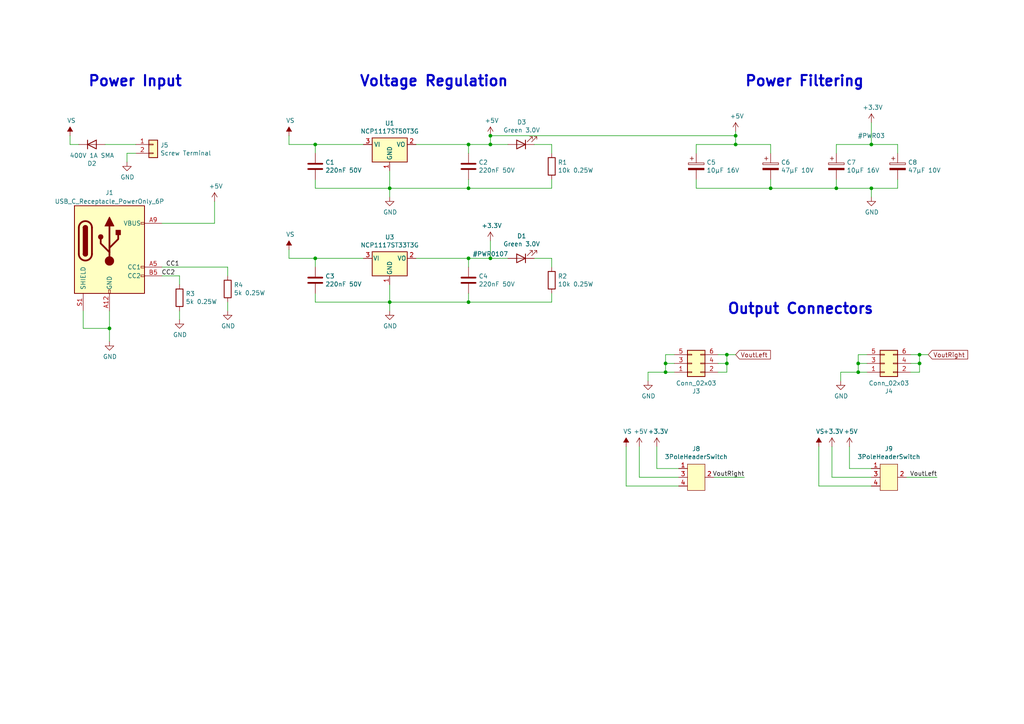
<source format=kicad_sch>
(kicad_sch (version 20230121) (generator eeschema)
  (paper "A4")
  (title_block (title "Micro Breadboard Power Supply") (rev "A01") (comment 1 "License: CERN-OHL-S") (comment 2 "https://github.com/stasiselectronics"))
  (lib_symbols
    (symbol "Connector:USB_C_Receptacle_PowerOnly_6P" (pin_names (offset 1.016))
      (property "Reference" "J" (at 0 16.51 0))
      (property "Value" "USB_C_Receptacle_PowerOnly_6P" (at 0 13.97 0))
      (symbol "USB_C_Receptacle_PowerOnly_6P_0_0"
        (rectangle (start -0.254 -12.7) (end 0.254 -11.684))
        (rectangle (start 10.16 -7.366) (end 9.144 -7.874))
        (rectangle (start 10.16 -4.826) (end 9.144 -5.334))
        (rectangle (start 10.16 7.874) (end 9.144 7.366))
      )
      (symbol "USB_C_Receptacle_PowerOnly_6P_0_1"
        (rectangle (start -10.16 12.7) (end 10.16 -12.7) (stroke (width 0.254)) (fill (type background)))
        (arc (start -8.89 -1.27) (mid -6.985 -3.1667) (end -5.08 -1.27) (stroke (width 0.508)))
        (arc (start -7.62 -1.27) (mid -6.985 -1.9023) (end -6.35 -1.27) (stroke (width 0.254)))
        (arc (start -7.62 -1.27) (mid -6.985 -1.9023) (end -6.35 -1.27) (stroke (width 0.254)) (fill (type outline)))
        (rectangle (start -7.62 -1.27) (end -6.35 6.35) (stroke (width 0.254)) (fill (type outline)))
        (arc (start -6.35 6.35) (mid -6.985 6.9823) (end -7.62 6.35) (stroke (width 0.254)))
        (arc (start -6.35 6.35) (mid -6.985 6.9823) (end -7.62 6.35) (stroke (width 0.254)) (fill (type outline)))
        (arc (start -5.08 6.35) (mid -6.985 8.2467) (end -8.89 6.35) (stroke (width 0.508)))
        (circle (center -2.54 3.683) (radius 0.635) (stroke (width 0.254)) (fill (type outline)))
        (circle (center 0 -3.302) (radius 1.27) (fill (type outline)))
        (polyline (pts (xy -8.89 -1.27) (xy -8.89 6.35)) (stroke (width 0.508)))
        (polyline (pts (xy -5.08 6.35) (xy -5.08 -1.27)) (stroke (width 0.508)))
        (polyline (pts (xy 0 -3.302) (xy 0 6.858)) (stroke (width 0.508)))
        (polyline (pts (xy 0 -0.762) (xy -2.54 1.778) (xy -2.54 3.048)) (stroke (width 0.508)))
        (polyline (pts (xy 0 0.508) (xy 2.54 3.048) (xy 2.54 4.318)) (stroke (width 0.508)))
        (polyline (pts (xy -1.27 6.858) (xy 0 9.398) (xy 1.27 6.858) (xy -1.27 6.858)) (stroke (width 0.254)) (fill (type outline)))
        (rectangle (start 1.905 4.318) (end 3.175 5.588) (stroke (width 0.254)) (fill (type outline)))
      )
      (symbol "USB_C_Receptacle_PowerOnly_6P_1_1"
        (pin passive line (at 0 -17.78 90) (length 5.08) (name "GND") (number "A12"))
        (pin bidirectional line (at 15.24 -5.08 180) (length 5.08) (name "CC1") (number "A5"))
        (pin passive line (at 15.24 7.62 180) (length 5.08) (name "VBUS") (number "A9"))
        (pin passive line (at 0 -17.78 90) (length 5.08) hide (name "GND") (number "B12"))
        (pin bidirectional line (at 15.24 -7.62 180) (length 5.08) (name "CC2") (number "B5"))
        (pin passive line (at 15.24 7.62 180) (length 5.08) hide (name "VBUS") (number "B9"))
        (pin passive line (at -7.62 -17.78 90) (length 5.08) (name "SHIELD") (number "S1"))
      )
    )
    (symbol "Connector_Generic:Conn_01x02" (pin_names (offset 1.016) hide)
      (property "Reference" "J" (at 0 2.54 0))
      (property "Value" "Conn_01x02" (at 0 -5.08 0))
      (symbol "Conn_01x02_1_1"
        (rectangle (start -1.27 -2.413) (end 0 -2.667) (stroke (width 0.1524)))
        (rectangle (start -1.27 0.127) (end 0 -0.127) (stroke (width 0.1524)))
        (rectangle (start -1.27 1.27) (end 1.27 -3.81) (stroke (width 0.254)) (fill (type background)))
        (pin passive line (at -5.08 0 0) (length 3.81) (name "Pin_1") (number "1"))
        (pin passive line (at -5.08 -2.54 0) (length 3.81) (name "Pin_2") (number "2"))
      )
    )
    (symbol "Connector_Generic:Conn_02x03_Odd_Even" (pin_names (offset 1.016) hide)
      (property "Reference" "J" (at 1.27 5.08 0))
      (property "Value" "Conn_02x03_Odd_Even" (at 1.27 -5.08 0))
      (symbol "Conn_02x03_Odd_Even_1_1"
        (rectangle (start -1.27 -2.413) (end 0 -2.667) (stroke (width 0.1524)))
        (rectangle (start -1.27 0.127) (end 0 -0.127) (stroke (width 0.1524)))
        (rectangle (start -1.27 2.667) (end 0 2.413) (stroke (width 0.1524)))
        (rectangle (start -1.27 3.81) (end 3.81 -3.81) (stroke (width 0.254)) (fill (type background)))
        (rectangle (start 3.81 -2.413) (end 2.54 -2.667) (stroke (width 0.1524)))
        (rectangle (start 3.81 0.127) (end 2.54 -0.127) (stroke (width 0.1524)))
        (rectangle (start 3.81 2.667) (end 2.54 2.413) (stroke (width 0.1524)))
        (pin passive line (at -5.08 2.54 0) (length 3.81) (name "Pin_1") (number "1"))
        (pin passive line (at 7.62 2.54 180) (length 3.81) (name "Pin_2") (number "2"))
        (pin passive line (at -5.08 0 0) (length 3.81) (name "Pin_3") (number "3"))
        (pin passive line (at 7.62 0 180) (length 3.81) (name "Pin_4") (number "4"))
        (pin passive line (at -5.08 -2.54 0) (length 3.81) (name "Pin_5") (number "5"))
        (pin passive line (at 7.62 -2.54 180) (length 3.81) (name "Pin_6") (number "6"))
      )
    )
    (symbol "Device:C" (pin_numbers hide) (pin_names (offset 0.254))
      (property "Reference" "C" (at 0.635 2.54 0))
      (property "Value" "C" (at 0.635 -2.54 0))
      (symbol "C_0_1"
        (polyline (pts (xy -2.032 -0.762) (xy 2.032 -0.762)) (stroke (width 0.508)))
        (polyline (pts (xy -2.032 0.762) (xy 2.032 0.762)) (stroke (width 0.508)))
      )
      (symbol "C_1_1"
        (pin passive line (at 0 3.81 270) (length 2.794) (name "~") (number "1"))
        (pin passive line (at 0 -3.81 90) (length 2.794) (name "~") (number "2"))
      )
    )
    (symbol "Device:C_Polarized" (pin_numbers hide) (pin_names (offset 0.254))
      (property "Reference" "C" (at 0.635 2.54 0))
      (property "Value" "C_Polarized" (at 0.635 -2.54 0))
      (symbol "C_Polarized_0_1"
        (rectangle (start -2.286 0.508) (end 2.286 1.016))
        (polyline (pts (xy -1.778 2.286) (xy -0.762 2.286)))
        (polyline (pts (xy -1.27 2.794) (xy -1.27 1.778)))
        (rectangle (start 2.286 -0.508) (end -2.286 -1.016) (fill (type outline)))
      )
      (symbol "C_Polarized_1_1"
        (pin passive line (at 0 3.81 270) (length 2.794) (name "~") (number "1"))
        (pin passive line (at 0 -3.81 90) (length 2.794) (name "~") (number "2"))
      )
    )
    (symbol "Device:D" (pin_numbers hide) (pin_names (offset 1.016) hide)
      (property "Reference" "D" (at 0 2.54 0))
      (property "Value" "D" (at 0 -2.54 0))
      (symbol "D_0_1"
        (polyline (pts (xy -1.27 1.27) (xy -1.27 -1.27)) (stroke (width 0.254)))
        (polyline (pts (xy 1.27 0) (xy -1.27 0)))
        (polyline (pts (xy 1.27 1.27) (xy 1.27 -1.27) (xy -1.27 0) (xy 1.27 1.27)) (stroke (width 0.254)))
      )
      (symbol "D_1_1"
        (pin passive line (at -3.81 0 0) (length 2.54) (name "K") (number "1"))
        (pin passive line (at 3.81 0 180) (length 2.54) (name "A") (number "2"))
      )
    )
    (symbol "Device:LED" (pin_numbers hide) (pin_names (offset 1.016) hide)
      (property "Reference" "D" (at 0 2.54 0))
      (property "Value" "LED" (at 0 -2.54 0))
      (symbol "LED_0_1"
        (polyline (pts (xy -1.27 -1.27) (xy -1.27 1.27)) (stroke (width 0.254)))
        (polyline (pts (xy -1.27 0) (xy 1.27 0)))
        (polyline (pts (xy 1.27 -1.27) (xy 1.27 1.27) (xy -1.27 0) (xy 1.27 -1.27)) (stroke (width 0.254)))
        (polyline (pts (xy -3.048 -0.762) (xy -4.572 -2.286) (xy -3.81 -2.286) (xy -4.572 -2.286) (xy -4.572 -1.524)))
        (polyline (pts (xy -1.778 -0.762) (xy -3.302 -2.286) (xy -2.54 -2.286) (xy -3.302 -2.286) (xy -3.302 -1.524)))
      )
      (symbol "LED_1_1"
        (pin passive line (at -3.81 0 0) (length 2.54) (name "K") (number "1"))
        (pin passive line (at 3.81 0 180) (length 2.54) (name "A") (number "2"))
      )
    )
    (symbol "Device:R" (pin_numbers hide) (pin_names (offset 0))
      (property "Reference" "R" (at 2.032 0 90))
      (property "Value" "R" (at 0 0 90))
      (symbol "R_0_1"
        (rectangle (start -1.016 -2.54) (end 1.016 2.54) (stroke (width 0.254)))
      )
      (symbol "R_1_1"
        (pin passive line (at 0 3.81 270) (length 1.27) (name "~") (number "1"))
        (pin passive line (at 0 -3.81 90) (length 1.27) (name "~") (number "2"))
      )
    )
    (symbol "MicroBBPS:3PoleHeaderSwitch" (pin_names (offset 1.016))
      (property "Reference" "J" (at 0 2.54 0))
      (property "Value" "3PoleHeaderSwitch" (at 0 -7.62 0))
      (symbol "3PoleHeaderSwitch_0_1"
        (rectangle (start -2.54 1.27) (end 2.54 -6.35) (fill (type background)))
      )
      (symbol "3PoleHeaderSwitch_1_1"
        (pin input line (at -5.08 0 0) (length 2.54) (name "~") (number "1"))
        (pin input line (at 5.08 -2.54 180) (length 2.54) (name "~") (number "2"))
        (pin input line (at -5.08 -2.54 0) (length 2.54) (name "~") (number "3"))
        (pin input line (at -5.08 -5.08 0) (length 2.54) (name "~") (number "4"))
      )
    )
    (symbol "Regulator_Linear:AMS1117-5.0"
      (property "Reference" "U" (at -3.81 3.175 0))
      (property "Value" "AMS1117-5.0" (at 0 3.175 0))
      (symbol "AMS1117-5.0_0_1"
        (rectangle (start -5.08 -5.08) (end 5.08 1.905) (stroke (width 0.254)) (fill (type background)))
      )
      (symbol "AMS1117-5.0_1_1"
        (pin power_in line (at 0 -7.62 90) (length 2.54) (name "GND") (number "1"))
        (pin power_out line (at 7.62 0 180) (length 2.54) (name "VO") (number "2"))
        (pin power_in line (at -7.62 0 0) (length 2.54) (name "VI") (number "3"))
      )
    )
    (symbol "Regulator_Linear:AZ1117-3.3" (pin_names (offset 0.254))
      (property "Reference" "U" (at -3.81 3.175 0))
      (property "Value" "AZ1117-3.3" (at 0 3.175 0))
      (symbol "AZ1117-3.3_0_1"
        (rectangle (start -5.08 1.905) (end 5.08 -5.08) (stroke (width 0.254)) (fill (type background)))
      )
      (symbol "AZ1117-3.3_1_1"
        (pin power_in line (at 0 -7.62 90) (length 2.54) (name "GND") (number "1"))
        (pin power_out line (at 7.62 0 180) (length 2.54) (name "VO") (number "2"))
        (pin power_in line (at -7.62 0 0) (length 2.54) (name "VI") (number "3"))
      )
    )
    (symbol "power:+3.3V" (power) (pin_names (offset 0))
      (property "Value" "+3.3V" (at 0 3.556 0))
      (symbol "+3.3V_0_1"
        (polyline (pts (xy -0.762 1.27) (xy 0 2.54)))
        (polyline (pts (xy 0 0) (xy 0 2.54)))
        (polyline (pts (xy 0 2.54) (xy 0.762 1.27)))
      )
      (symbol "+3.3V_1_1"
        (pin power_in line (at 0 0 90) (length 0) hide (name "+3.3V") (number "1"))
      )
    )
    (symbol "power:+5V" (power) (pin_names (offset 0))
      (property "Value" "+5V" (at 0 3.556 0))
      (symbol "+5V_0_1"
        (polyline (pts (xy -0.762 1.27) (xy 0 2.54)))
        (polyline (pts (xy 0 0) (xy 0 2.54)))
        (polyline (pts (xy 0 2.54) (xy 0.762 1.27)))
      )
      (symbol "+5V_1_1"
        (pin power_in line (at 0 0 90) (length 0) hide (name "+5V") (number "1"))
      )
    )
    (symbol "power:GND" (power) (pin_names (offset 0))
      (property "Value" "GND" (at 0 -3.81 0))
      (symbol "GND_0_1"
        (polyline (pts (xy 0 0) (xy 0 -1.27) (xy 1.27 -1.27) (xy 0 -2.54) (xy -1.27 -1.27) (xy 0 -1.27)))
      )
      (symbol "GND_1_1"
        (pin power_in line (at 0 0 270) (length 0) hide (name "GND") (number "1"))
      )
    )
    (symbol "power:VS" (power) (pin_names (offset 0))
      (property "Value" "VS" (at 0 3.81 0))
      (symbol "VS_0_1"
        (polyline (pts (xy 0 0) (xy 0 2.54)))
        (polyline (pts (xy 0.762 1.27) (xy -0.762 1.27) (xy 0 2.54) (xy 0.762 1.27)) (fill (type outline)))
      )
      (symbol "VS_1_1"
        (pin power_in line (at 0 0 90) (length 0) hide (name "VS") (number "1"))
      )
    )
  )
  (junction (at 135.89 41.91))
  (junction (at 266.7 102.87))
  (junction (at 113.03 87.63))
  (junction (at 142.24 74.93))
  (junction (at 266.7 105.41))
  (junction (at 135.89 74.93))
  (junction (at 210.82 105.41))
  (junction (at 223.52 54.61))
  (junction (at 142.24 41.91))
  (junction (at 91.44 74.93))
  (junction (at 31.75 95.25))
  (junction (at 213.36 41.91))
  (junction (at 91.44 41.91))
  (junction (at 113.03 54.61))
  (junction (at 252.73 41.91))
  (junction (at 135.89 54.61))
  (junction (at 252.73 54.61))
  (junction (at 248.92 107.95))
  (junction (at 142.24 39.37))
  (junction (at 242.57 54.61))
  (junction (at 193.04 105.41))
  (junction (at 135.89 87.63))
  (junction (at 248.92 105.41))
  (junction (at 193.04 107.95))
  (junction (at 213.36 39.37))
  (junction (at 210.82 102.87))
  (wire (pts (xy 135.89 85.09) (xy 135.89 87.63)))
  (wire (pts (xy 46.99 80.01) (xy 52.07 80.01)))
  (wire (pts (xy 120.65 41.91) (xy 135.89 41.91)))
  (wire (pts (xy 142.24 69.85) (xy 142.24 74.93)))
  (wire (pts (xy 135.89 41.91) (xy 142.24 41.91)))
  (wire (pts (xy 113.03 82.55) (xy 113.03 87.63)))
  (wire (pts (xy 252.73 35.56) (xy 252.73 41.91)))
  (wire (pts (xy 223.52 54.61) (xy 223.52 52.07)))
  (wire (pts (xy 24.13 95.25) (xy 31.75 95.25)))
  (wire (pts (xy 185.42 138.43) (xy 196.85 138.43)))
  (wire (pts (xy 213.36 38.1) (xy 213.36 39.37)))
  (wire (pts (xy 181.61 140.97) (xy 196.85 140.97)))
  (wire (pts (xy 266.7 105.41) (xy 264.16 105.41)))
  (wire (pts (xy 242.57 41.91) (xy 252.73 41.91)))
  (wire (pts (xy 83.82 74.93) (xy 83.82 72.39)))
  (wire (pts (xy 195.58 102.87) (xy 193.04 102.87)))
  (wire (pts (xy 83.82 41.91) (xy 91.44 41.91)))
  (wire (pts (xy 187.96 107.95) (xy 193.04 107.95)))
  (wire (pts (xy 91.44 41.91) (xy 105.41 41.91)))
  (wire (pts (xy 213.36 102.87) (xy 210.82 102.87)))
  (wire (pts (xy 135.89 74.93) (xy 142.24 74.93)))
  (wire (pts (xy 201.93 54.61) (xy 201.93 52.07)))
  (wire (pts (xy 201.93 41.91) (xy 213.36 41.91)))
  (wire (pts (xy 113.03 87.63) (xy 135.89 87.63)))
  (wire (pts (xy 193.04 107.95) (xy 195.58 107.95)))
  (wire (pts (xy 201.93 41.91) (xy 201.93 44.45)))
  (wire (pts (xy 210.82 102.87) (xy 208.28 102.87)))
  (wire (pts (xy 31.75 95.25) (xy 31.75 90.17)))
  (wire (pts (xy 207.01 138.43) (xy 215.9 138.43)))
  (wire (pts (xy 135.89 74.93) (xy 135.89 77.47)))
  (wire (pts (xy 91.44 54.61) (xy 113.03 54.61)))
  (wire (pts (xy 66.04 80.01) (xy 66.04 77.47)))
  (wire (pts (xy 20.32 39.37) (xy 20.32 41.91)))
  (wire (pts (xy 241.3 138.43) (xy 252.73 138.43)))
  (wire (pts (xy 241.3 138.43) (xy 241.3 129.54)))
  (wire (pts (xy 135.89 52.07) (xy 135.89 54.61)))
  (wire (pts (xy 237.49 140.97) (xy 237.49 129.54)))
  (wire (pts (xy 252.73 41.91) (xy 260.35 41.91)))
  (wire (pts (xy 52.07 90.17) (xy 52.07 92.71)))
  (wire (pts (xy 113.03 87.63) (xy 113.03 90.17)))
  (wire (pts (xy 248.92 107.95) (xy 251.46 107.95)))
  (wire (pts (xy 242.57 54.61) (xy 242.57 52.07)))
  (wire (pts (xy 208.28 107.95) (xy 210.82 107.95)))
  (wire (pts (xy 223.52 54.61) (xy 242.57 54.61)))
  (wire (pts (xy 237.49 140.97) (xy 252.73 140.97)))
  (wire (pts (xy 120.65 74.93) (xy 135.89 74.93)))
  (wire (pts (xy 251.46 102.87) (xy 248.92 102.87)))
  (wire (pts (xy 213.36 39.37) (xy 213.36 41.91)))
  (wire (pts (xy 91.44 87.63) (xy 113.03 87.63)))
  (wire (pts (xy 243.84 110.49) (xy 243.84 107.95)))
  (wire (pts (xy 83.82 41.91) (xy 83.82 39.37)))
  (wire (pts (xy 190.5 135.89) (xy 190.5 129.54)))
  (wire (pts (xy 36.83 44.45) (xy 36.83 46.99)))
  (wire (pts (xy 248.92 102.87) (xy 248.92 105.41)))
  (wire (pts (xy 46.99 64.77) (xy 62.23 64.77)))
  (wire (pts (xy 113.03 54.61) (xy 113.03 57.15)))
  (wire (pts (xy 181.61 140.97) (xy 181.61 129.54)))
  (wire (pts (xy 266.7 102.87) (xy 264.16 102.87)))
  (wire (pts (xy 154.94 74.93) (xy 160.02 74.93)))
  (wire (pts (xy 91.44 85.09) (xy 91.44 87.63)))
  (wire (pts (xy 160.02 54.61) (xy 160.02 52.07)))
  (wire (pts (xy 260.35 54.61) (xy 252.73 54.61)))
  (wire (pts (xy 269.24 102.87) (xy 266.7 102.87)))
  (wire (pts (xy 142.24 41.91) (xy 142.24 39.37)))
  (wire (pts (xy 185.42 138.43) (xy 185.42 129.54)))
  (wire (pts (xy 91.44 41.91) (xy 91.44 44.45)))
  (wire (pts (xy 193.04 105.41) (xy 193.04 107.95)))
  (wire (pts (xy 113.03 54.61) (xy 135.89 54.61)))
  (wire (pts (xy 91.44 52.07) (xy 91.44 54.61)))
  (wire (pts (xy 266.7 102.87) (xy 266.7 105.41)))
  (wire (pts (xy 135.89 41.91) (xy 135.89 44.45)))
  (wire (pts (xy 260.35 52.07) (xy 260.35 54.61)))
  (wire (pts (xy 252.73 135.89) (xy 246.38 135.89)))
  (wire (pts (xy 223.52 41.91) (xy 213.36 41.91)))
  (wire (pts (xy 246.38 135.89) (xy 246.38 129.54)))
  (wire (pts (xy 196.85 135.89) (xy 190.5 135.89)))
  (wire (pts (xy 195.58 105.41) (xy 193.04 105.41)))
  (wire (pts (xy 66.04 87.63) (xy 66.04 90.17)))
  (wire (pts (xy 266.7 107.95) (xy 266.7 105.41)))
  (wire (pts (xy 160.02 41.91) (xy 160.02 44.45)))
  (wire (pts (xy 154.94 41.91) (xy 160.02 41.91)))
  (wire (pts (xy 22.86 41.91) (xy 20.32 41.91)))
  (wire (pts (xy 264.16 107.95) (xy 266.7 107.95)))
  (wire (pts (xy 252.73 54.61) (xy 242.57 54.61)))
  (wire (pts (xy 193.04 102.87) (xy 193.04 105.41)))
  (wire (pts (xy 62.23 58.42) (xy 62.23 64.77)))
  (wire (pts (xy 83.82 74.93) (xy 91.44 74.93)))
  (wire (pts (xy 252.73 54.61) (xy 252.73 57.15)))
  (wire (pts (xy 113.03 49.53) (xy 113.03 54.61)))
  (wire (pts (xy 210.82 105.41) (xy 208.28 105.41)))
  (wire (pts (xy 91.44 74.93) (xy 91.44 77.47)))
  (wire (pts (xy 30.48 41.91) (xy 39.37 41.91)))
  (wire (pts (xy 142.24 41.91) (xy 147.32 41.91)))
  (wire (pts (xy 66.04 77.47) (xy 46.99 77.47)))
  (wire (pts (xy 201.93 54.61) (xy 223.52 54.61)))
  (wire (pts (xy 160.02 74.93) (xy 160.02 77.47)))
  (wire (pts (xy 242.57 44.45) (xy 242.57 41.91)))
  (wire (pts (xy 223.52 44.45) (xy 223.52 41.91)))
  (wire (pts (xy 248.92 105.41) (xy 248.92 107.95)))
  (wire (pts (xy 52.07 82.55) (xy 52.07 80.01)))
  (wire (pts (xy 243.84 107.95) (xy 248.92 107.95)))
  (wire (pts (xy 135.89 54.61) (xy 160.02 54.61)))
  (wire (pts (xy 39.37 44.45) (xy 36.83 44.45)))
  (wire (pts (xy 135.89 87.63) (xy 160.02 87.63)))
  (wire (pts (xy 210.82 107.95) (xy 210.82 105.41)))
  (wire (pts (xy 251.46 105.41) (xy 248.92 105.41)))
  (wire (pts (xy 187.96 110.49) (xy 187.96 107.95)))
  (wire (pts (xy 24.13 90.17) (xy 24.13 95.25)))
  (wire (pts (xy 31.75 95.25) (xy 31.75 99.06)))
  (wire (pts (xy 160.02 87.63) (xy 160.02 85.09)))
  (wire (pts (xy 142.24 39.37) (xy 213.36 39.37)))
  (wire (pts (xy 262.89 138.43) (xy 271.78 138.43)))
  (wire (pts (xy 142.24 74.93) (xy 147.32 74.93)))
  (wire (pts (xy 260.35 41.91) (xy 260.35 44.45)))
  (wire (pts (xy 91.44 74.93) (xy 105.41 74.93)))
  (wire (pts (xy 210.82 102.87) (xy 210.82 105.41)))
  (text "Output Connectors" (at 210.82 91.44 0) (effects (font (size 2.9972 2.9972) (thickness 0.5994) bold) (justify left bottom)))
  (text "Power Input" (at 25.4 25.4 0) (effects (font (size 2.9972 2.9972) (thickness 0.5994) bold) (justify left bottom)))
  (text "Voltage Regulation" (at 104.14 25.4 0) (effects (font (size 2.9972 2.9972) (thickness 0.5994) bold) (justify left bottom)))
  (text "Power Filtering" (at 215.9 25.4 0) (effects (font (size 2.9972 2.9972) (thickness 0.5994) bold) (justify left bottom)))
  (label "CC1" (at 52.07 77.47 180))
  (label "VoutLeft" (at 271.78 138.43 180))
  (label "VoutRight" (at 215.9 138.43 180))
  (label "CC2" (at 50.8 80.01 180))
  (global_label "VoutRight" (shape input) (at 269.24 102.87 0) (property "Intersheetrefs" "${INTERSHEET_REFS}" (effects hide)))
  (global_label "VoutLeft" (shape input) (at 213.36 102.87 0) (property "Intersheetrefs" "${INTERSHEET_REFS}" (effects hide)))
  (symbol (lib_id "Regulator_Linear:AMS1117-5.0") (at 113.03 41.91 0) (unit 1)
    (property "Reference" "U1" (at 113.03 35.7632 0))
    (property "Value" "NCP1117ST50T3G" (at 113.03 38.0746 0))
    (property "Footprint" "Package_TO_SOT_SMD:SOT-223-3_TabPin2" (effects hide))
    (property "Datasheet" "http://www.advanced-monolithic.com/pdf/ds1117.pdf" (effects hide))
    (property "MF 1" "ON Semiconductor" (effects hide))
    (property "MF 1 MPN" "NCP1117ST50T3G" (effects hide))
    (property "MF 1 Ordering Code" "C17314" (effects hide))
  )
  (symbol (lib_id "Device:C") (at 91.44 48.26 0) (unit 1)
    (property "Reference" "C1" (at 94.361 47.0916 0) (effects (justify left)))
    (property "Value" "220nF 50V" (at 94.361 49.403 0) (effects (justify left)))
    (property "Footprint" "Capacitor_SMD:C_1206_3216Metric_Pad1.33x1.80mm_HandSolder" (effects hide))
    (property "MF 1" "YAGEO" (effects hide))
    (property "MF 1 MPN" "CC1206KKX7R9BB224" (effects hide))
    (property "MF 1 Ordering Code" "C107186" (effects hide))
  )
  (symbol (lib_id "Device:C") (at 135.89 48.26 0) (unit 1)
    (property "Reference" "C2" (at 138.811 47.0916 0) (effects (justify left)))
    (property "Value" "220nF 50V" (at 138.811 49.403 0) (effects (justify left)))
    (property "Footprint" "Capacitor_SMD:C_1206_3216Metric_Pad1.33x1.80mm_HandSolder" (effects hide))
    (property "MF 1" "YAGEO" (effects hide))
    (property "MF 1 MPN" "CC1206KKX7R9BB224" (effects hide))
    (property "MF 1 Ordering Code" "C107186" (effects hide))
  )
  (symbol (lib_id "power:GND") (at 113.03 57.15 0) (unit 1)
    (property "Reference" "#PWR0104" (effects hide))
    (property "Value" "GND" (at 113.157 61.5442 0))
  )
  (symbol (lib_id "Connector_Generic:Conn_01x02") (at 44.45 41.91 0) (unit 1)
    (property "Reference" "J5" (at 46.482 42.1132 0) (effects (justify left)))
    (property "Value" "Screw Terminal" (at 46.482 44.4246 0) (effects (justify left)))
    (property "Footprint" "MicroBBPS:WJ124-3.81-2P" (effects hide))
    (property "MF 1" "Ningbo Kangnex Elec" (effects hide))
    (property "MF 1 MPN" "WJ124-3.81-2P" (effects hide))
    (property "MF 1 Ordering Code" "C69811" (effects hide))
  )
  (symbol (lib_id "power:GND") (at 36.83 46.99 0) (unit 1)
    (property "Reference" "#PWR0101" (effects hide))
    (property "Value" "GND" (at 36.957 51.3842 0))
  )
  (symbol (lib_id "power:VS") (at 20.32 39.37 0) (unit 1)
    (property "Reference" "#PWR0102" (effects hide))
    (property "Value" "VS" (at 20.701 34.9758 0))
  )
  (symbol (lib_id "Device:LED") (at 151.13 41.91 180) (unit 1)
    (property "Reference" "D3" (at 151.3078 35.433 0))
    (property "Value" "Green 3.0V" (at 151.3078 37.7444 0))
    (property "Footprint" "Diode_SMD:D_1206_3216Metric_Pad1.42x1.75mm_HandSolder" (effects hide))
    (property "MF 1" "EKINGLUX" (effects hide))
    (property "MF 1 MPN" "E6C1206VGAC1UDA" (effects hide))
    (property "MF 1 Ordering Code" "C375461" (effects hide))
  )
  (symbol (lib_id "Device:C_Polarized") (at 242.57 48.26 0) (unit 1)
    (property "Reference" "C7" (at 245.5672 47.0916 0) (effects (justify left)))
    (property "Value" "10µF 16V" (at 245.5672 49.403 0) (effects (justify left)))
    (property "Footprint" "Capacitor_SMD:CP_Elec_4x5.4" (effects hide))
    (property "MF 1" "Panasonic" (effects hide))
    (property "MF 1 MPN" "EEEHA1C100R" (effects hide))
    (property "MF 1 Ordering Code" "C128465" (effects hide))
  )
  (symbol (lib_id "Device:C_Polarized") (at 223.52 48.26 0) (unit 1)
    (property "Reference" "C6" (at 226.5172 47.0916 0) (effects (justify left)))
    (property "Value" "47µF 10V" (at 226.5172 49.403 0) (effects (justify left)))
    (property "Footprint" "Capacitor_SMD:CP_Elec_4x5.4" (effects hide))
    (property "MF 1" "ROQANG" (effects hide))
    (property "MF 1 MPN" "RVT1A470M0405" (effects hide))
    (property "MF 1 Ordering Code" "C72513" (effects hide))
  )
  (symbol (lib_id "Device:C_Polarized") (at 260.35 48.26 0) (unit 1)
    (property "Reference" "C8" (at 263.3472 47.0916 0) (effects (justify left)))
    (property "Value" "47µF 10V" (at 263.3472 49.403 0) (effects (justify left)))
    (property "Footprint" "Capacitor_SMD:CP_Elec_4x5.4" (effects hide))
    (property "MF 1" "ROQANG" (effects hide))
    (property "MF 1 MPN" "RVT1A470M0405" (effects hide))
    (property "MF 1 Ordering Code" "C72513" (effects hide))
  )
  (symbol (lib_id "Device:C_Polarized") (at 201.93 48.26 0) (unit 1)
    (property "Reference" "C5" (at 204.9272 47.0916 0) (effects (justify left)))
    (property "Value" "10µF 16V" (at 204.9272 49.403 0) (effects (justify left)))
    (property "Footprint" "Capacitor_SMD:CP_Elec_4x5.4" (effects hide))
    (property "MF 1" "Panasonic" (effects hide))
    (property "MF 1 MPN" "EEEHA1C100R" (effects hide))
    (property "MF 1 Ordering Code" "C128465" (effects hide))
  )
  (symbol (lib_id "MicroBBPS:3PoleHeaderSwitch") (at 201.93 135.89 0) (unit 1)
    (property "Reference" "J8" (at 201.93 130.175 0))
    (property "Value" "3PoleHeaderSwitch" (at 201.93 132.4864 0))
    (property "Footprint" "MicroBBPS:3PoleHeaderSwitch" (effects hide))
    (property "MF 1" "XFCN" (effects hide))
    (property "MF 1 MPN" "PZ254V-12-6P" (effects hide))
    (property "MF 1 Ordering Code" "C492420" (effects hide))
  )
  (symbol (lib_id "MicroBBPS:3PoleHeaderSwitch") (at 257.81 135.89 0) (unit 1)
    (property "Reference" "J9" (at 257.81 130.175 0))
    (property "Value" "3PoleHeaderSwitch" (at 257.81 132.4864 0))
    (property "Footprint" "MicroBBPS:3PoleHeaderSwitch" (effects hide))
    (property "MF 1" "XFCN" (effects hide))
    (property "MF 1 MPN" "PZ254V-12-6P" (effects hide))
    (property "MF 1 Ordering Code" "C492420" (effects hide))
  )
  (symbol (lib_id "power:+5V") (at 213.36 38.1 0) (unit 1)
    (property "Reference" "#PWR0113" (effects hide))
    (property "Value" "+5V" (at 213.741 33.7058 0))
  )
  (symbol (lib_id "power:+3.3V") (at 190.5 129.54 0) (unit 1)
    (property "Reference" "#PWR0117" (effects hide))
    (property "Value" "+3.3V" (at 190.881 125.1458 0))
  )
  (symbol (lib_id "power:+5V") (at 185.42 129.54 0) (unit 1)
    (property "Reference" "#PWR0118" (effects hide))
    (property "Value" "+5V" (at 185.801 125.1458 0))
  )
  (symbol (lib_id "power:VS") (at 181.61 129.54 0) (unit 1)
    (property "Reference" "#PWR0119" (effects hide))
    (property "Value" "VS" (at 181.991 125.1458 0))
  )
  (symbol (lib_id "power:+3.3V") (at 241.3 129.54 0) (unit 1)
    (property "Reference" "#PWR0120" (effects hide))
    (property "Value" "+3.3V" (at 241.681 125.1458 0))
  )
  (symbol (lib_id "power:+5V") (at 246.38 129.54 0) (unit 1)
    (property "Reference" "#PWR0121" (effects hide))
    (property "Value" "+5V" (at 246.761 125.1458 0))
  )
  (symbol (lib_id "power:VS") (at 237.49 129.54 0) (unit 1)
    (property "Reference" "#PWR0122" (effects hide))
    (property "Value" "VS" (at 237.871 125.1458 0))
  )
  (symbol (lib_id "power:VS") (at 83.82 39.37 0) (unit 1)
    (property "Reference" "#PWR0109" (effects hide))
    (property "Value" "VS" (at 84.201 34.9758 0))
  )
  (symbol (lib_id "power:GND") (at 252.73 57.15 0) (unit 1)
    (property "Reference" "#PWR0116" (effects hide))
    (property "Value" "GND" (at 252.857 61.5442 0))
  )
  (symbol (lib_id "power:GND") (at 113.03 90.17 0) (unit 1)
    (property "Reference" "#PWR0103" (effects hide))
    (property "Value" "GND" (at 113.157 94.5642 0))
  )
  (symbol (lib_id "Device:C") (at 91.44 81.28 0) (unit 1)
    (property "Reference" "C3" (at 94.361 80.1116 0) (effects (justify left)))
    (property "Value" "220nF 50V" (at 94.361 82.423 0) (effects (justify left)))
    (property "Footprint" "Capacitor_SMD:C_1206_3216Metric_Pad1.33x1.80mm_HandSolder" (effects hide))
    (property "MF 1" "YAGEO" (effects hide))
    (property "MF 1 MPN" "CC1206KKX7R9BB224" (effects hide))
    (property "MF 1 Ordering Code" "C107186" (effects hide))
  )
  (symbol (lib_id "Regulator_Linear:AZ1117-3.3") (at 113.03 74.93 0) (unit 1)
    (property "Reference" "U3" (at 113.03 68.7832 0))
    (property "Value" "NCP1117ST33T3G" (at 113.03 71.0946 0))
    (property "Footprint" "Package_TO_SOT_SMD:SOT-223-3_TabPin2" (effects hide))
    (property "Datasheet" "https://www.diodes.com/assets/Datasheets/AZ1117.pdf" (effects hide))
    (property "MF 1" "ON Semiconductor" (effects hide))
    (property "MF 1 MPN" "NCP1117ST33T3G" (effects hide))
    (property "MF 1 Ordering Code" "C26537" (effects hide))
  )
  (symbol (lib_id "power:VS") (at 83.82 72.39 0) (unit 1)
    (property "Reference" "#PWR0106" (effects hide))
    (property "Value" "VS" (at 84.201 67.9958 0))
  )
  (symbol (lib_id "Device:R") (at 160.02 48.26 0) (unit 1)
    (property "Reference" "R1" (at 161.798 47.0916 0) (effects (justify left)))
    (property "Value" "10k 0.25W" (at 161.798 49.403 0) (effects (justify left)))
    (property "Footprint" "Resistor_SMD:R_1206_3216Metric_Pad1.30x1.75mm_HandSolder" (effects hide))
    (property "MF 1" "YAGEO" (effects hide))
    (property "MF 1 MPN" "RC1206JR-0710KL" (effects hide))
    (property "MF 1 Ordering Code" "C136460" (effects hide))
  )
  (symbol (lib_id "power:+5V") (at 142.24 39.37 0) (unit 1)
    (property "Reference" "#PWR0108" (effects hide))
    (property "Value" "+5V" (at 142.621 34.9758 0))
  )
  (symbol (lib_id "Device:C") (at 135.89 81.28 0) (unit 1)
    (property "Reference" "C4" (at 138.811 80.1116 0) (effects (justify left)))
    (property "Value" "220nF 50V" (at 138.811 82.423 0) (effects (justify left)))
    (property "Footprint" "Capacitor_SMD:C_1206_3216Metric_Pad1.33x1.80mm_HandSolder" (effects hide))
    (property "MF 1" "YAGEO" (effects hide))
    (property "MF 1 MPN" "CC1206KKX7R9BB224" (effects hide))
    (property "MF 1 Ordering Code" "C107186" (effects hide))
  )
  (symbol (lib_id "power:+3.3V") (at 142.24 69.85 0) (unit 1)
    (property "Reference" "#PWR0107" (at 142.24 73.66 0))
    (property "Value" "+3.3V" (at 142.621 65.4558 0))
  )
  (symbol (lib_id "Device:LED") (at 151.13 74.93 180) (unit 1)
    (property "Reference" "D1" (at 151.3078 68.453 0))
    (property "Value" "Green 3.0V" (at 151.3078 70.7644 0))
    (property "Footprint" "Diode_SMD:D_1206_3216Metric_Pad1.42x1.75mm_HandSolder" (effects hide))
    (property "MF 1" "EKINGLUX" (effects hide))
    (property "MF 1 MPN" "E6C1206VGAC1UDA" (effects hide))
    (property "MF 1 Ordering Code" "C375461" (effects hide))
  )
  (symbol (lib_id "Device:R") (at 160.02 81.28 0) (unit 1)
    (property "Reference" "R2" (at 161.798 80.1116 0) (effects (justify left)))
    (property "Value" "10k 0.25W" (at 161.798 82.423 0) (effects (justify left)))
    (property "Footprint" "Resistor_SMD:R_1206_3216Metric_Pad1.30x1.75mm_HandSolder" (effects hide))
    (property "MF 1" "YAGEO" (effects hide))
    (property "MF 1 MPN" "RC1206JR-0710KL" (effects hide))
    (property "MF 1 Ordering Code" "C136460" (effects hide))
  )
  (symbol (lib_id "Device:D") (at 26.67 41.91 0) (unit 1)
    (property "Reference" "D2" (at 26.67 47.4218 0))
    (property "Value" "400V 1A SMA" (at 26.67 45.1104 0))
    (property "Footprint" "Diode_SMD:D_SMA" (effects hide))
    (property "MF 1" "Diodes Incorporated" (effects hide))
    (property "MF 1 MPN" "S1G-13-F" (effects hide))
    (property "MF 1 Ordering Code" "C85102" (effects hide))
  )
  (symbol (lib_id "Connector_Generic:Conn_02x03_Odd_Even") (at 200.66 105.41 0) (mirror x) (unit 1)
    (property "Reference" "J3" (at 201.93 113.4618 0))
    (property "Value" "Conn_02x03" (at 201.93 111.1504 0))
    (property "Footprint" "Connector_PinHeader_2.54mm:PinHeader_2x03_P2.54mm_Vertical" (effects hide))
    (property "MF 1 Ordering Code" "C492420" (effects hide))
    (property "MF 1" "XFCN" (effects hide))
    (property "MF 1 MPN" "PZ254V-12-6P" (effects hide))
  )
  (symbol (lib_id "Connector_Generic:Conn_02x03_Odd_Even") (at 256.54 105.41 0) (mirror x) (unit 1)
    (property "Reference" "J4" (at 257.81 113.4618 0))
    (property "Value" "Conn_02x03" (at 257.81 111.1504 0))
    (property "Footprint" "Connector_PinHeader_2.54mm:PinHeader_2x03_P2.54mm_Vertical" (effects hide))
    (property "MF 1 Ordering Code" "C492420" (effects hide))
    (property "MF 1" "XFCN" (effects hide))
    (property "MF 1 MPN" "PZ254V-12-6P" (effects hide))
  )
  (symbol (lib_id "power:GND") (at 187.96 110.49 0) (unit 1)
    (property "Reference" "#PWR0112" (effects hide))
    (property "Value" "GND" (at 188.087 114.8842 0))
  )
  (symbol (lib_id "power:GND") (at 243.84 110.49 0) (unit 1)
    (property "Reference" "#PWR0115" (effects hide))
    (property "Value" "GND" (at 243.967 114.8842 0))
  )
  (symbol (lib_id "Connector:USB_C_Receptacle_PowerOnly_6P") (at 31.75 72.39 0) (unit 1)
    (property "Reference" "J1" (at 31.75 55.88 0))
    (property "Value" "USB_C_Receptacle_PowerOnly_6P" (at 31.75 58.42 0))
    (property "Footprint" "Library:GT-USB-7002C" (effects hide))
    (property "Datasheet" "https://www.usb.org/sites/default/files/documents/usb_type-c.zip" (effects hide))
  )
  (symbol (lib_id "power:GND") (at 31.75 99.06 0) (unit 1)
    (property "Reference" "#PWR01" (effects hide))
    (property "Value" "GND" (at 31.877 103.4542 0))
  )
  (symbol (lib_id "power:GND") (at 52.07 92.71 0) (unit 1)
    (property "Reference" "#PWR04" (effects hide))
    (property "Value" "GND" (at 52.197 97.1042 0))
  )
  (symbol (lib_id "power:+5V") (at 62.23 58.42 0) (unit 1)
    (property "Reference" "#PWR02" (effects hide))
    (property "Value" "+5V" (at 62.611 54.0258 0))
  )
  (symbol (lib_id "Device:R") (at 66.04 83.82 0) (unit 1)
    (property "Reference" "R4" (at 67.818 82.6516 0) (effects (justify left)))
    (property "Value" "5k 0.25W" (at 67.818 84.963 0) (effects (justify left)))
    (property "Footprint" "Resistor_SMD:R_1206_3216Metric_Pad1.30x1.75mm_HandSolder" (effects hide))
    (property "MF 1" "YAGEO" (effects hide))
    (property "MF 1 MPN" "RC1206JR-0710KL" (effects hide))
    (property "MF 1 Ordering Code" "C136460" (effects hide))
  )
  (symbol (lib_id "power:+3.3V") (at 252.73 35.56 0) (unit 1)
    (property "Reference" "#PWR03" (at 252.73 39.37 0))
    (property "Value" "+3.3V" (at 253.111 31.1658 0))
  )
  (symbol (lib_id "Device:R") (at 52.07 86.36 0) (unit 1)
    (property "Reference" "R3" (at 53.848 85.1916 0) (effects (justify left)))
    (property "Value" "5k 0.25W" (at 53.848 87.503 0) (effects (justify left)))
    (property "Footprint" "Resistor_SMD:R_1206_3216Metric_Pad1.30x1.75mm_HandSolder" (effects hide))
    (property "MF 1" "YAGEO" (effects hide))
    (property "MF 1 MPN" "RC1206JR-0710KL" (effects hide))
    (property "MF 1 Ordering Code" "C136460" (effects hide))
  )
  (symbol (lib_id "power:GND") (at 66.04 90.17 0) (unit 1)
    (property "Reference" "#PWR05" (effects hide))
    (property "Value" "GND" (at 66.167 94.5642 0))
  )
)
</source>
